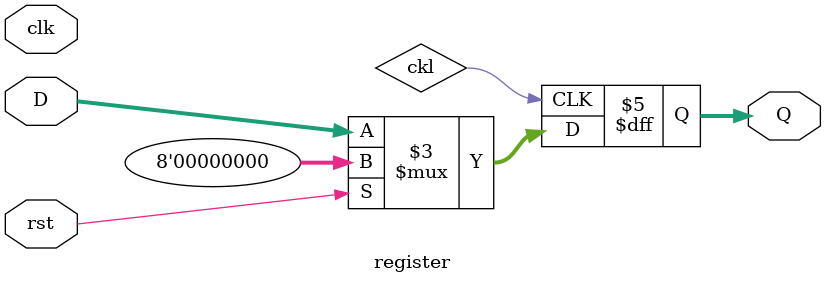
<source format=v>
module register(Q,D,clk,rst);
	input wire clk, rst;
	input wire [7:0] D;
	output reg [7:0] Q;
	
	always @(posedge ckl)
		begin
			if(rst)
				Q <= 8'b0;
			else 
				Q <= D;
		end
endmodule
</source>
